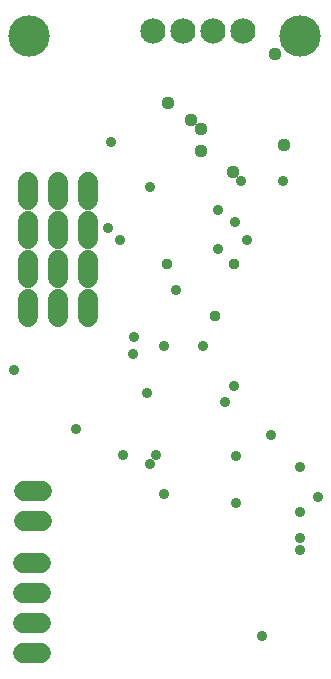
<source format=gbr>
G04 EAGLE Gerber RS-274X export*
G75*
%MOMM*%
%FSLAX34Y34*%
%LPD*%
%INSoldermask Bottom*%
%IPPOS*%
%AMOC8*
5,1,8,0,0,1.08239X$1,22.5*%
G01*
%ADD10C,3.503200*%
%ADD11C,1.727200*%
%ADD12C,2.133600*%
%ADD13C,0.909600*%
%ADD14C,0.959600*%
%ADD15C,1.109600*%


D10*
X25000Y540000D03*
X255000Y540000D03*
D11*
X35720Y18100D02*
X20480Y18100D01*
X20480Y43500D02*
X35720Y43500D01*
X35720Y68900D02*
X20480Y68900D01*
X20480Y94300D02*
X35720Y94300D01*
D12*
X130650Y544200D03*
X156050Y544200D03*
X181450Y544200D03*
X206850Y544200D03*
D11*
X36350Y129840D02*
X21110Y129840D01*
X21110Y155240D02*
X36350Y155240D01*
X24130Y368300D02*
X24130Y383540D01*
X49530Y383540D02*
X49530Y368300D01*
X74930Y368300D02*
X74930Y383540D01*
X24130Y401320D02*
X24130Y416560D01*
X49530Y416560D02*
X49530Y401320D01*
X74930Y401320D02*
X74930Y416560D01*
X24130Y350520D02*
X24130Y335280D01*
X49530Y335280D02*
X49530Y350520D01*
X74930Y350520D02*
X74930Y335280D01*
X24600Y317620D02*
X24600Y302380D01*
X50000Y302380D02*
X50000Y317620D01*
X75400Y317620D02*
X75400Y302380D01*
D13*
X200406Y184404D03*
X191262Y230124D03*
X198882Y243840D03*
X200406Y144780D03*
X199644Y382524D03*
X185166Y392524D03*
X124968Y237744D03*
X113538Y270510D03*
X114300Y284988D03*
D14*
X183000Y303000D03*
X199000Y347000D03*
X142000Y347000D03*
D13*
X140000Y277500D03*
X230000Y202500D03*
X222500Y32500D03*
D15*
X171290Y442600D03*
X197960Y424820D03*
X171290Y461650D03*
X143350Y483240D03*
X233520Y525150D03*
D13*
X132500Y185000D03*
X210000Y367500D03*
D15*
X162400Y469270D03*
X241140Y447680D03*
D13*
X150000Y325000D03*
X185000Y360000D03*
X240792Y417576D03*
X204978Y417576D03*
X105000Y185000D03*
X255000Y175000D03*
X127500Y177500D03*
X172500Y277500D03*
X140000Y152500D03*
X270000Y150000D03*
X127500Y412500D03*
X102500Y367500D03*
X92500Y377500D03*
X255000Y137500D03*
X95000Y450000D03*
X255000Y105000D03*
X65000Y207500D03*
X255000Y115000D03*
X12500Y257500D03*
M02*

</source>
